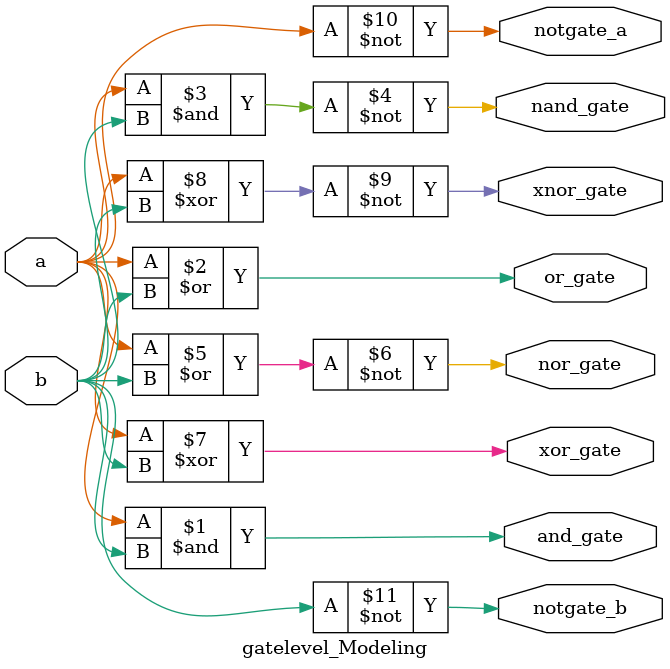
<source format=v>
`timescale 1ns / 1ps
module gatelevel_Modeling(
input a,b,
output wire and_gate,
output wire or_gate,
output wire notgate_a,
output wire notgate_b,
output wire nand_gate,
output wire nor_gate,
output wire xor_gate,
output wire xnor_gate
    );
    and andgate(and_gate,a,b);
    or orgate(or_gate, a, b);
    not notgate1(notgate_a, a);   
    not notgate2(notgate_b, b); 
    nand nandgate(nand_gate, a, b);
    nor norgate(nor_gate, a, b);
    xor xorgate(xor_gate, a, b);
    xnor xnorgate(xnor_gate, a, b);
endmodule

</source>
